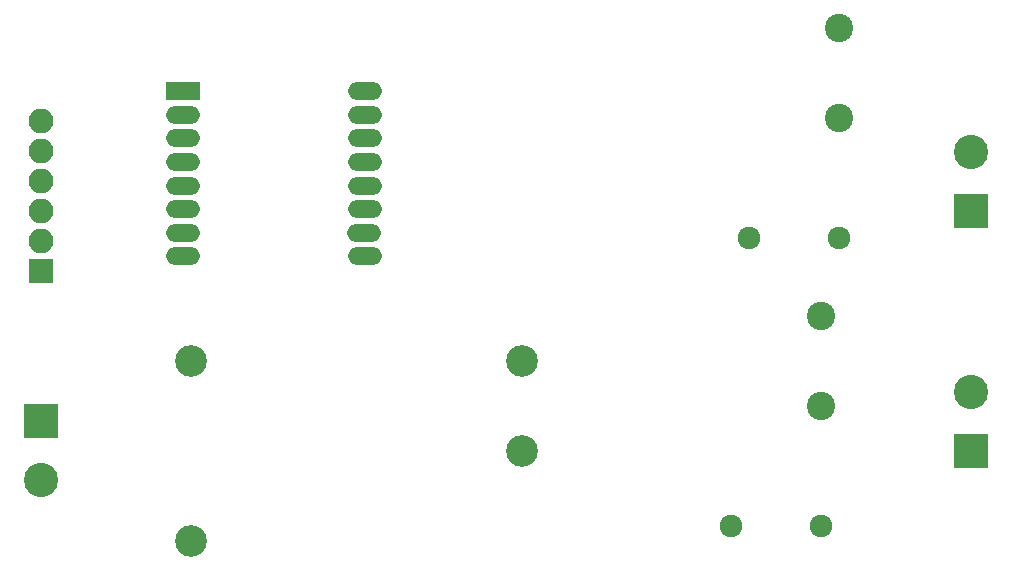
<source format=gbs>
G04 #@! TF.FileFunction,Soldermask,Bot*
%FSLAX46Y46*%
G04 Gerber Fmt 4.6, Leading zero omitted, Abs format (unit mm)*
G04 Created by KiCad (PCBNEW 4.0.6) date 04/16/17 19:40:35*
%MOMM*%
%LPD*%
G01*
G04 APERTURE LIST*
%ADD10C,0.100000*%
%ADD11R,2.900000X1.500000*%
%ADD12O,2.900000X1.500000*%
%ADD13R,2.900000X2.900000*%
%ADD14C,2.900000*%
%ADD15R,2.100000X2.100000*%
%ADD16O,2.100000X2.100000*%
%ADD17C,1.920000*%
%ADD18C,2.400000*%
%ADD19C,2.690000*%
G04 APERTURE END LIST*
D10*
D11*
X77125600Y-84328000D03*
D12*
X77125600Y-86328000D03*
X77125600Y-88328000D03*
X77125600Y-90328000D03*
X77125600Y-92328000D03*
X77125600Y-94328000D03*
X77125600Y-96328000D03*
X77125600Y-98328000D03*
X92525600Y-98328000D03*
X92425600Y-96328000D03*
X92525600Y-94328000D03*
X92525600Y-92328000D03*
X92525600Y-90328000D03*
X92525600Y-88328000D03*
X92525600Y-86328000D03*
X92525600Y-84328000D03*
D13*
X65125600Y-112268000D03*
D14*
X65125600Y-117268000D03*
D15*
X65125600Y-99568000D03*
D16*
X65125600Y-97028000D03*
X65125600Y-94488000D03*
X65125600Y-91948000D03*
X65125600Y-89408000D03*
X65125600Y-86868000D03*
D13*
X143865600Y-94488000D03*
D14*
X143865600Y-89488000D03*
D13*
X143865600Y-114808000D03*
D14*
X143865600Y-109808000D03*
D17*
X132689600Y-96774000D03*
D18*
X132689600Y-86614000D03*
X132689600Y-78994000D03*
D17*
X125069600Y-96774000D03*
X131165600Y-121158000D03*
D18*
X131165600Y-110998000D03*
X131165600Y-103378000D03*
D17*
X123545600Y-121158000D03*
D19*
X77825600Y-107188000D03*
X77825600Y-122388000D03*
X105825600Y-107188000D03*
X105825600Y-114788000D03*
M02*

</source>
